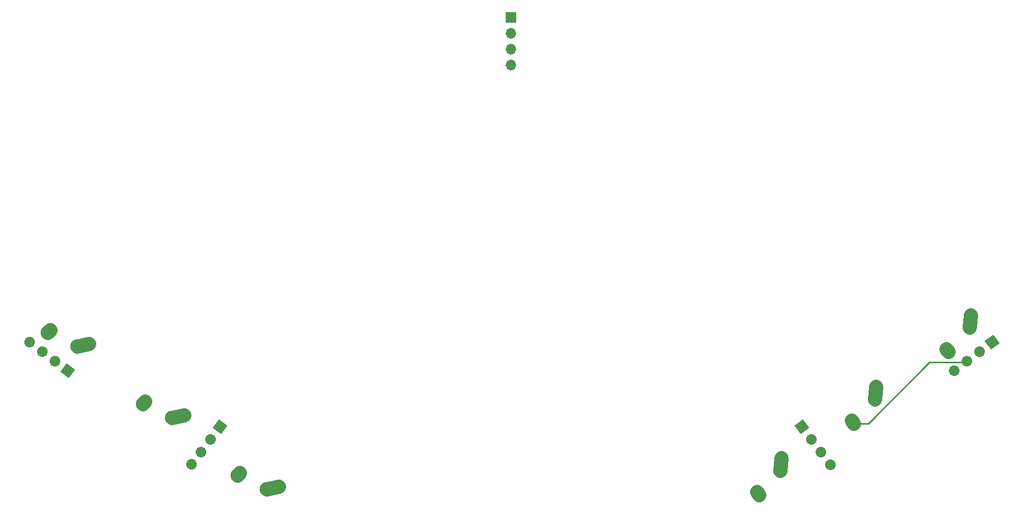
<source format=gbr>
G04 #@! TF.GenerationSoftware,KiCad,Pcbnew,(5.1.4)-1*
G04 #@! TF.CreationDate,2023-05-25T15:27:45-04:00*
G04 #@! TF.ProjectId,ThumbsUp,5468756d-6273-4557-902e-6b696361645f,rev?*
G04 #@! TF.SameCoordinates,Original*
G04 #@! TF.FileFunction,Copper,L1,Top*
G04 #@! TF.FilePolarity,Positive*
%FSLAX46Y46*%
G04 Gerber Fmt 4.6, Leading zero omitted, Abs format (unit mm)*
G04 Created by KiCad (PCBNEW (5.1.4)-1) date 2023-05-25 15:27:45*
%MOMM*%
%LPD*%
G04 APERTURE LIST*
%ADD10C,1.700000*%
%ADD11C,1.700000*%
%ADD12C,0.100000*%
%ADD13R,1.700000X1.700000*%
%ADD14O,1.700000X1.700000*%
%ADD15C,2.250000*%
%ADD16C,2.250000*%
%ADD17C,0.254000*%
G04 APERTURE END LIST*
D10*
X213460025Y154962088D03*
D11*
X213460025Y154962088D02*
X213460025Y154962088D01*
D10*
X215488560Y156490698D03*
D11*
X215488560Y156490698D02*
X215488560Y156490698D01*
D10*
X217517094Y158019308D03*
D11*
X217517094Y158019308D02*
X217517094Y158019308D01*
D10*
X219545628Y159547918D03*
D12*
G36*
X220736011Y159380621D02*
G01*
X219378331Y158357535D01*
X218355245Y159715215D01*
X219712925Y160738301D01*
X220736011Y159380621D01*
X220736011Y159380621D01*
G37*
D13*
X142500000Y211500000D03*
D14*
X142500000Y208960000D03*
X142500000Y206420000D03*
X142500000Y203880000D03*
D10*
X71590133Y154960293D03*
D12*
G36*
X71757430Y153769910D02*
G01*
X70399750Y154792996D01*
X71422836Y156150676D01*
X72780516Y155127590D01*
X71757430Y153769910D01*
X71757430Y153769910D01*
G37*
D10*
X69561599Y156488903D03*
D11*
X69561599Y156488903D02*
X69561599Y156488903D01*
D10*
X67533065Y158017513D03*
D11*
X67533065Y158017513D02*
X67533065Y158017513D01*
D10*
X65504530Y159546123D03*
D11*
X65504530Y159546123D02*
X65504530Y159546123D01*
D10*
X95944722Y146038149D03*
D12*
G36*
X97135105Y146205446D02*
G01*
X96112019Y144847766D01*
X94754339Y145870852D01*
X95777425Y147228532D01*
X97135105Y146205446D01*
X97135105Y146205446D01*
G37*
D10*
X94416112Y144009615D03*
D11*
X94416112Y144009615D02*
X94416112Y144009615D01*
D10*
X92887502Y141981081D03*
D11*
X92887502Y141981081D02*
X92887502Y141981081D01*
D10*
X91358892Y139952546D03*
D11*
X91358892Y139952546D02*
X91358892Y139952546D01*
D10*
X193667308Y139936287D03*
D11*
X193667308Y139936287D02*
X193667308Y139936287D01*
D10*
X192138698Y141964822D03*
D11*
X192138698Y141964822D02*
X192138698Y141964822D01*
D10*
X190610088Y143993356D03*
D11*
X190610088Y143993356D02*
X190610088Y143993356D01*
D10*
X189081478Y146021890D03*
D12*
G36*
X189248775Y147212273D02*
G01*
X190271861Y145854593D01*
X188914181Y144831507D01*
X187891095Y146189187D01*
X189248775Y147212273D01*
X189248775Y147212273D01*
G37*
D15*
X103421995Y136021144D03*
X104384425Y136209960D03*
D16*
X105346857Y136398775D02*
X103421993Y136021145D01*
D15*
X98746911Y138191766D03*
X98937411Y138411334D03*
D16*
X99127910Y138630902D02*
X98746912Y138191766D01*
D15*
X88247921Y147455630D03*
X89210351Y147644446D03*
D16*
X90172783Y147833261D02*
X88247919Y147455631D01*
D15*
X83572837Y149626252D03*
X83763337Y149845820D03*
D16*
X83953836Y150065388D02*
X83572838Y149626252D01*
D15*
X197237740Y146796411D03*
D16*
X197079186Y147040052D02*
X197396294Y146552770D01*
D15*
X197396293Y146552770D03*
X200855236Y151425637D03*
D16*
X200939018Y152402830D02*
X200771454Y150448444D01*
D15*
X200771456Y150448445D03*
X215945531Y161882931D03*
X216029311Y162860123D03*
D16*
X216113093Y163837316D02*
X215945529Y161882930D01*
D15*
X212570368Y157987256D03*
X212411815Y158230897D03*
D16*
X212253261Y158474538D02*
X212570369Y157987256D01*
D15*
X68589262Y161280305D03*
D16*
X68779761Y161499873D02*
X68398763Y161060737D01*
D15*
X68398762Y161060737D03*
X74036276Y159078931D03*
D16*
X74998708Y159267746D02*
X73073844Y158890116D01*
D15*
X73073846Y158890115D03*
X182063666Y135361927D03*
D16*
X181905112Y135605568D02*
X182222220Y135118286D01*
D15*
X182222219Y135118286D03*
X185681162Y139991153D03*
D16*
X185764944Y140968346D02*
X185597380Y139013960D01*
D15*
X185597382Y139013961D03*
D17*
X198987283Y146552770D02*
X197396293Y146552770D01*
X199752770Y146552770D02*
X198987283Y146552770D01*
X209500000Y156300000D02*
X199752770Y146552770D01*
X215488560Y156490698D02*
X215297862Y156300000D01*
X215297862Y156300000D02*
X209500000Y156300000D01*
M02*

</source>
